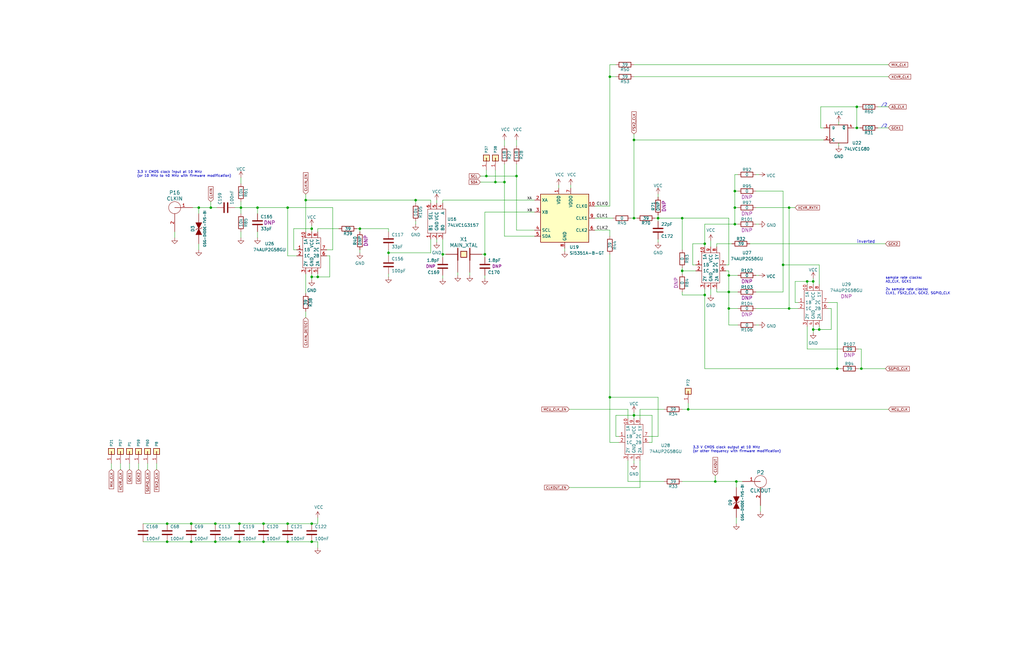
<source format=kicad_sch>
(kicad_sch (version 20211123) (generator eeschema)
  (paper "USLedger")
  (title_block (title "HackRF One") (date "2022-10-30") (rev "r9") (company "Copyright 2012-2022 Great Scott Gadgets") (comment 1 "Licensed under the CERN-OHL-P v2"))
  (junction (at 257.175 167.64))
  (junction (at 332.74 87.63))
  (junction (at 340.36 118.745))
  (junction (at 342.9 139.065))
  (junction (at 361.315 53.975))
  (junction (at 212.725 76.835))
  (junction (at 345.44 139.065))
  (junction (at 307.34 123.19))
  (junction (at 361.315 45.085))
  (junction (at 70.485 220.98))
  (junction (at 332.74 130.175))
  (junction (at 121.285 87.63))
  (junction (at 100.965 228.6))
  (junction (at 70.485 228.6))
  (junction (at 208.915 76.835))
  (junction (at 217.805 74.295))
  (junction (at 121.285 220.98))
  (junction (at 163.83 106.68))
  (junction (at 297.18 102.87))
  (junction (at 80.645 220.98))
  (junction (at 342.9 118.745))
  (junction (at 83.82 87.63))
  (junction (at 131.445 220.98))
  (junction (at 301.625 203.2))
  (junction (at 204.47 107.315))
  (junction (at 88.9 87.63))
  (junction (at 309.88 87.63))
  (junction (at 287.655 114.3))
  (junction (at 307.34 116.205))
  (junction (at 111.125 228.6))
  (junction (at 297.18 124.46))
  (junction (at 363.22 155.575))
  (junction (at 80.645 228.6))
  (junction (at 309.88 94.615))
  (junction (at 267.335 175.26))
  (junction (at 309.88 80.645))
  (junction (at 90.805 228.6))
  (junction (at 131.445 228.6))
  (junction (at 131.445 116.84))
  (junction (at 111.125 220.98))
  (junction (at 128.905 84.455))
  (junction (at 267.335 92.075))
  (junction (at 175.26 84.455))
  (junction (at 353.06 155.575))
  (junction (at 101.6 87.63))
  (junction (at 310.515 203.2))
  (junction (at 205.105 74.295))
  (junction (at 330.2 111.76))
  (junction (at 151.765 96.52))
  (junction (at 287.655 92.075))
  (junction (at 186.69 107.315))
  (junction (at 267.335 59.055))
  (junction (at 277.495 92.075))
  (junction (at 90.805 220.98))
  (junction (at 131.445 96.52))
  (junction (at 307.34 130.175))
  (junction (at 108.585 87.63))
  (junction (at 133.985 116.84))
  (junction (at 257.175 32.385))
  (junction (at 100.965 220.98))
  (junction (at 290.195 172.72))
  (junction (at 121.285 228.6))
  (wire (pts (xy 353.695 60.325) (xy 353.695 61.595)))
  (wire (pts (xy 163.83 116.84) (xy 163.83 115.57)))
  (wire (pts (xy 340.36 137.795) (xy 340.36 147.32)))
  (wire (pts (xy 274.955 175.26) (xy 267.335 175.26)))
  (wire (pts (xy 186.69 100.965) (xy 186.69 107.315)))
  (wire (pts (xy 342.9 137.795) (xy 342.9 139.065)))
  (wire (pts (xy 212.725 99.695) (xy 225.425 99.695)))
  (wire (pts (xy 335.28 118.745) (xy 335.28 127.635)))
  (wire (pts (xy 332.74 87.63) (xy 335.28 87.63)))
  (wire (pts (xy 274.955 186.69) (xy 274.955 175.26)))
  (wire (pts (xy 217.805 59.055) (xy 217.805 61.595)))
  (wire (pts (xy 202.565 74.295) (xy 205.105 74.295)))
  (wire (pts (xy 70.485 220.98) (xy 60.325 220.98)))
  (wire (pts (xy 302.26 102.87) (xy 308.61 102.87)))
  (wire (pts (xy 257.175 97.155) (xy 257.175 99.695)))
  (wire (pts (xy 259.715 184.15) (xy 260.985 184.15)))
  (wire (pts (xy 353.06 127.635) (xy 353.06 155.575)))
  (wire (pts (xy 83.82 90.17) (xy 83.82 87.63)))
  (wire (pts (xy 309.88 94.615) (xy 297.18 94.615)))
  (wire (pts (xy 307.34 111.76) (xy 307.34 92.075)))
  (wire (pts (xy 264.795 194.31) (xy 264.795 203.2)))
  (wire (pts (xy 46.99 195.58) (xy 46.99 198.12)))
  (wire (pts (xy 269.875 176.53) (xy 269.875 172.72)))
  (wire (pts (xy 90.805 228.6) (xy 100.965 228.6)))
  (wire (pts (xy 111.125 228.6) (xy 121.285 228.6)))
  (wire (pts (xy 299.72 121.92) (xy 299.72 124.46)))
  (wire (pts (xy 100.965 220.98) (xy 90.805 220.98)))
  (wire (pts (xy 186.69 107.315) (xy 187.96 107.315)))
  (wire (pts (xy 293.37 114.3) (xy 287.655 114.3)))
  (wire (pts (xy 101.6 87.63) (xy 101.6 90.17)))
  (wire (pts (xy 287.655 124.46) (xy 297.18 124.46)))
  (wire (pts (xy 225.425 89.535) (xy 204.47 89.535)))
  (wire (pts (xy 336.55 130.175) (xy 332.74 130.175)))
  (wire (pts (xy 250.825 97.155) (xy 257.175 97.155)))
  (wire (pts (xy 290.195 170.18) (xy 290.195 172.72)))
  (wire (pts (xy 131.445 96.52) (xy 131.445 95.25)))
  (wire (pts (xy 309.88 87.63) (xy 309.88 94.615)))
  (wire (pts (xy 335.28 127.635) (xy 336.55 127.635)))
  (wire (pts (xy 307.34 116.205) (xy 307.34 114.3)))
  (wire (pts (xy 250.825 86.995) (xy 257.175 86.995)))
  (wire (pts (xy 311.15 94.615) (xy 309.88 94.615)))
  (wire (pts (xy 297.18 94.615) (xy 297.18 102.87)))
  (wire (pts (xy 307.34 137.16) (xy 307.34 130.175)))
  (wire (pts (xy 287.655 115.57) (xy 287.655 114.3)))
  (wire (pts (xy 121.285 220.98) (xy 131.445 220.98)))
  (wire (pts (xy 267.335 92.075) (xy 268.605 92.075)))
  (wire (pts (xy 301.625 200.66) (xy 301.625 203.2)))
  (wire (pts (xy 131.445 116.84) (xy 133.985 116.84)))
  (wire (pts (xy 73.66 97.79) (xy 73.66 100.33)))
  (wire (pts (xy 203.2 107.315) (xy 204.47 107.315)))
  (wire (pts (xy 307.34 123.19) (xy 307.34 130.175)))
  (wire (pts (xy 131.445 118.11) (xy 131.445 116.84)))
  (wire (pts (xy 311.15 73.66) (xy 309.88 73.66)))
  (wire (pts (xy 370.205 45.085) (xy 374.65 45.085)))
  (wire (pts (xy 137.795 105.41) (xy 140.335 105.41)))
  (wire (pts (xy 238.125 104.775) (xy 238.125 106.045)))
  (wire (pts (xy 277.495 100.965) (xy 277.495 102.235)))
  (wire (pts (xy 346.075 53.975) (xy 347.345 53.975)))
  (wire (pts (xy 287.655 92.075) (xy 277.495 92.075)))
  (wire (pts (xy 151.765 96.52) (xy 151.765 97.79)))
  (wire (pts (xy 202.565 76.835) (xy 208.915 76.835)))
  (wire (pts (xy 318.77 130.175) (xy 332.74 130.175)))
  (wire (pts (xy 277.495 92.075) (xy 277.495 93.345)))
  (wire (pts (xy 318.77 73.66) (xy 320.04 73.66)))
  (wire (pts (xy 121.285 228.6) (xy 131.445 228.6)))
  (wire (pts (xy 277.495 167.64) (xy 277.495 184.15)))
  (wire (pts (xy 139.065 116.84) (xy 139.065 107.95)))
  (wire (pts (xy 307.34 92.075) (xy 287.655 92.075)))
  (wire (pts (xy 302.26 104.14) (xy 302.26 102.87)))
  (wire (pts (xy 240.03 205.74) (xy 269.875 205.74)))
  (wire (pts (xy 217.805 69.215) (xy 217.805 74.295)))
  (wire (pts (xy 302.26 123.19) (xy 307.34 123.19)))
  (wire (pts (xy 257.175 32.385) (xy 257.175 86.995)))
  (wire (pts (xy 99.06 87.63) (xy 101.6 87.63)))
  (wire (pts (xy 151.765 105.41) (xy 151.765 106.68)))
  (wire (pts (xy 307.34 114.3) (xy 306.07 114.3)))
  (wire (pts (xy 88.9 87.63) (xy 88.9 85.09)))
  (wire (pts (xy 125.095 107.95) (xy 121.285 107.95)))
  (wire (pts (xy 163.83 105.41) (xy 163.83 106.68)))
  (wire (pts (xy 267.335 92.075) (xy 267.335 59.055)))
  (wire (pts (xy 345.44 111.76) (xy 330.2 111.76)))
  (wire (pts (xy 140.335 87.63) (xy 121.285 87.63)))
  (wire (pts (xy 128.905 84.455) (xy 128.905 97.79)))
  (wire (pts (xy 269.875 194.31) (xy 269.875 205.74)))
  (wire (pts (xy 123.825 105.41) (xy 125.095 105.41)))
  (wire (pts (xy 330.2 123.19) (xy 318.77 123.19)))
  (wire (pts (xy 133.985 228.6) (xy 133.985 231.14)))
  (wire (pts (xy 91.44 87.63) (xy 88.9 87.63)))
  (wire (pts (xy 163.83 106.68) (xy 181.61 106.68)))
  (wire (pts (xy 287.655 203.2) (xy 301.625 203.2)))
  (wire (pts (xy 217.805 97.155) (xy 225.425 97.155)))
  (wire (pts (xy 361.315 53.975) (xy 362.585 53.975)))
  (wire (pts (xy 133.985 97.79) (xy 133.985 96.52)))
  (wire (pts (xy 287.655 105.41) (xy 287.655 92.075)))
  (wire (pts (xy 131.445 220.98) (xy 133.985 220.98)))
  (wire (pts (xy 267.335 175.26) (xy 267.335 173.99)))
  (wire (pts (xy 309.88 73.66) (xy 309.88 80.645)))
  (wire (pts (xy 133.985 116.84) (xy 139.065 116.84)))
  (wire (pts (xy 133.985 96.52) (xy 142.875 96.52)))
  (wire (pts (xy 349.25 127.635) (xy 353.06 127.635)))
  (wire (pts (xy 307.34 116.205) (xy 311.15 116.205)))
  (wire (pts (xy 267.335 176.53) (xy 267.335 175.26)))
  (wire (pts (xy 309.88 80.645) (xy 311.15 80.645)))
  (wire (pts (xy 276.225 92.075) (xy 277.495 92.075)))
  (wire (pts (xy 123.825 96.52) (xy 123.825 105.41)))
  (wire (pts (xy 342.9 120.015) (xy 342.9 118.745)))
  (wire (pts (xy 184.15 85.725) (xy 184.15 84.455)))
  (wire (pts (xy 297.18 102.87) (xy 297.18 104.14)))
  (wire (pts (xy 370.205 53.975) (xy 374.65 53.975)))
  (wire (pts (xy 90.805 220.98) (xy 80.645 220.98)))
  (wire (pts (xy 58.42 195.58) (xy 58.42 198.12)))
  (wire (pts (xy 302.26 121.92) (xy 302.26 123.19)))
  (wire (pts (xy 257.175 186.69) (xy 257.175 167.64)))
  (wire (pts (xy 184.15 100.965) (xy 184.15 102.235)))
  (wire (pts (xy 277.495 184.15) (xy 273.685 184.15)))
  (wire (pts (xy 292.1 111.76) (xy 293.37 111.76)))
  (wire (pts (xy 287.655 172.72) (xy 290.195 172.72)))
  (wire (pts (xy 267.335 32.385) (xy 374.65 32.385)))
  (wire (pts (xy 311.15 137.16) (xy 307.34 137.16)))
  (wire (pts (xy 292.1 102.87) (xy 292.1 111.76)))
  (wire (pts (xy 260.985 186.69) (xy 257.175 186.69)))
  (wire (pts (xy 80.645 228.6) (xy 90.805 228.6)))
  (wire (pts (xy 193.04 116.205) (xy 193.04 114.935)))
  (wire (pts (xy 267.335 56.515) (xy 267.335 59.055)))
  (wire (pts (xy 273.685 186.69) (xy 274.955 186.69)))
  (wire (pts (xy 151.765 96.52) (xy 163.83 96.52)))
  (wire (pts (xy 66.04 195.58) (xy 66.04 198.12)))
  (wire (pts (xy 257.175 27.305) (xy 259.715 27.305)))
  (wire (pts (xy 307.34 123.19) (xy 311.15 123.19)))
  (wire (pts (xy 267.335 175.26) (xy 259.715 175.26)))
  (wire (pts (xy 345.44 120.015) (xy 345.44 111.76)))
  (wire (pts (xy 101.6 97.79) (xy 101.6 100.33)))
  (wire (pts (xy 340.36 118.745) (xy 340.36 120.015)))
  (wire (pts (xy 80.645 220.98) (xy 70.485 220.98)))
  (wire (pts (xy 100.965 220.98) (xy 111.125 220.98)))
  (wire (pts (xy 311.15 130.175) (xy 307.34 130.175)))
  (wire (pts (xy 204.47 89.535) (xy 204.47 107.315)))
  (wire (pts (xy 363.22 155.575) (xy 373.38 155.575)))
  (wire (pts (xy 101.6 87.63) (xy 108.585 87.63)))
  (wire (pts (xy 181.61 106.68) (xy 181.61 100.965)))
  (wire (pts (xy 133.985 115.57) (xy 133.985 116.84)))
  (wire (pts (xy 361.95 155.575) (xy 363.22 155.575)))
  (wire (pts (xy 277.495 83.185) (xy 277.495 81.915)))
  (wire (pts (xy 267.335 27.305) (xy 374.65 27.305)))
  (wire (pts (xy 330.2 80.645) (xy 318.77 80.645)))
  (wire (pts (xy 330.2 111.76) (xy 330.2 123.19)))
  (wire (pts (xy 111.125 220.98) (xy 121.285 220.98)))
  (wire (pts (xy 208.915 71.755) (xy 208.915 76.835)))
  (wire (pts (xy 250.825 92.075) (xy 258.445 92.075)))
  (wire (pts (xy 257.175 27.305) (xy 257.175 32.385)))
  (wire (pts (xy 205.105 74.295) (xy 217.805 74.295)))
  (wire (pts (xy 101.6 85.09) (xy 101.6 87.63)))
  (wire (pts (xy 131.445 228.6) (xy 133.985 228.6)))
  (wire (pts (xy 310.515 205.74) (xy 310.515 203.2)))
  (wire (pts (xy 128.905 115.57) (xy 128.905 123.825)))
  (wire (pts (xy 361.315 53.975) (xy 360.045 53.975)))
  (wire (pts (xy 257.175 107.315) (xy 257.175 167.64)))
  (wire (pts (xy 235.585 79.375) (xy 235.585 78.105)))
  (wire (pts (xy 342.9 118.745) (xy 340.36 118.745)))
  (wire (pts (xy 345.44 139.065) (xy 350.52 139.065)))
  (wire (pts (xy 361.315 45.085) (xy 362.585 45.085)))
  (wire (pts (xy 310.515 220.98) (xy 310.515 218.44)))
  (wire (pts (xy 175.26 94.615) (xy 175.26 93.345)))
  (wire (pts (xy 212.725 76.835) (xy 212.725 99.695)))
  (wire (pts (xy 361.95 147.32) (xy 363.22 147.32)))
  (wire (pts (xy 318.77 116.205) (xy 320.04 116.205)))
  (wire (pts (xy 297.18 155.575) (xy 297.18 124.46)))
  (wire (pts (xy 259.715 175.26) (xy 259.715 184.15)))
  (wire (pts (xy 353.695 51.435) (xy 353.695 52.705)))
  (wire (pts (xy 345.44 137.795) (xy 345.44 139.065)))
  (wire (pts (xy 320.675 213.36) (xy 320.675 215.9)))
  (wire (pts (xy 175.26 84.455) (xy 181.61 84.455)))
  (wire (pts (xy 318.77 87.63) (xy 332.74 87.63)))
  (wire (pts (xy 139.065 107.95) (xy 137.795 107.95)))
  (wire (pts (xy 128.905 133.985) (xy 128.905 131.445)))
  (wire (pts (xy 342.9 118.745) (xy 342.9 117.475)))
  (wire (pts (xy 306.07 111.76) (xy 307.34 111.76)))
  (wire (pts (xy 257.175 167.64) (xy 277.495 167.64)))
  (wire (pts (xy 70.485 228.6) (xy 80.645 228.6)))
  (wire (pts (xy 277.495 90.805) (xy 277.495 92.075)))
  (wire (pts (xy 186.69 116.205) (xy 186.69 117.475)))
  (wire (pts (xy 301.625 203.2) (xy 310.515 203.2)))
  (wire (pts (xy 212.725 59.055) (xy 212.725 61.595)))
  (wire (pts (xy 340.36 118.745) (xy 335.28 118.745)))
  (wire (pts (xy 361.315 45.085) (xy 361.315 53.975)))
  (wire (pts (xy 267.335 194.31) (xy 267.335 195.58)))
  (wire (pts (xy 150.495 96.52) (xy 151.765 96.52)))
  (wire (pts (xy 100.965 228.6) (xy 111.125 228.6)))
  (wire (pts (xy 123.825 96.52) (xy 131.445 96.52)))
  (wire (pts (xy 350.52 139.065) (xy 350.52 130.175)))
  (wire (pts (xy 342.9 140.335) (xy 342.9 139.065)))
  (wire (pts (xy 318.77 94.615) (xy 320.04 94.615)))
  (wire (pts (xy 309.88 80.645) (xy 309.88 87.63)))
  (wire (pts (xy 186.69 84.455) (xy 186.69 85.725)))
  (wire (pts (xy 267.335 59.055) (xy 347.345 59.055)))
  (wire (pts (xy 264.795 203.2) (xy 280.035 203.2)))
  (wire (pts (xy 353.06 155.575) (xy 297.18 155.575)))
  (wire (pts (xy 205.105 71.755) (xy 205.105 74.295)))
  (wire (pts (xy 350.52 130.175) (xy 349.25 130.175)))
  (wire (pts (xy 297.18 121.92) (xy 297.18 124.46)))
  (wire (pts (xy 140.335 105.41) (xy 140.335 87.63)))
  (wire (pts (xy 186.69 84.455) (xy 225.425 84.455)))
  (wire (pts (xy 175.26 85.725) (xy 175.26 84.455)))
  (wire (pts (xy 83.82 105.41) (xy 83.82 102.87)))
  (wire (pts (xy 101.6 74.93) (xy 101.6 77.47)))
  (wire (pts (xy 60.325 228.6) (xy 70.485 228.6)))
  (wire (pts (xy 316.23 102.87) (xy 373.38 102.87)))
  (wire (pts (xy 54.61 195.58) (xy 54.61 198.12)))
  (wire (pts (xy 320.04 137.16) (xy 318.77 137.16)))
  (wire (pts (xy 240.665 79.375) (xy 240.665 78.105)))
  (wire (pts (xy 240.03 172.72) (xy 264.795 172.72)))
  (wire (pts (xy 208.915 76.835) (xy 212.725 76.835)))
  (wire (pts (xy 332.74 87.63) (xy 332.74 130.175)))
  (wire (pts (xy 128.905 84.455) (xy 175.26 84.455)))
  (wire (pts (xy 287.655 123.19) (xy 287.655 124.46)))
  (wire (pts (xy 264.795 176.53) (xy 264.795 172.72)))
  (wire (pts (xy 266.065 92.075) (xy 267.335 92.075)))
  (wire (pts (xy 217.805 74.295) (xy 217.805 97.155)))
  (wire (pts (xy 108.585 87.63) (xy 121.285 87.63)))
  (wire (pts (xy 290.195 172.72) (xy 374.65 172.72)))
  (wire (pts (xy 108.585 90.17) (xy 108.585 87.63)))
  (wire (pts (xy 204.47 107.315) (xy 204.47 108.585)))
  (wire (pts (xy 340.36 147.32) (xy 354.33 147.32)))
  (wire (pts (xy 363.22 147.32) (xy 363.22 155.575)))
  (wire (pts (xy 342.9 139.065) (xy 345.44 139.065)))
  (wire (pts (xy 346.075 53.975) (xy 346.075 45.085)))
  (wire (pts (xy 83.82 87.63) (xy 88.9 87.63)))
  (wire (pts (xy 299.72 101.6) (xy 299.72 104.14)))
  (wire (pts (xy 212.725 69.215) (xy 212.725 76.835)))
  (wire (pts (xy 269.875 172.72) (xy 280.035 172.72)))
  (wire (pts (xy 354.33 155.575) (xy 353.06 155.575)))
  (wire (pts (xy 128.905 81.915) (xy 128.905 84.455)))
  (wire (pts (xy 204.47 117.475) (xy 204.47 116.205)))
  (wire (pts (xy 131.445 115.57) (xy 131.445 116.84)))
  (wire (pts (xy 163.83 106.68) (xy 163.83 107.95)))
  (wire (pts (xy 108.585 97.79) (xy 108.585 100.33)))
  (wire (pts (xy 297.18 102.87) (xy 292.1 102.87)))
  (wire (pts (xy 131.445 97.79) (xy 131.445 96.52)))
  (wire (pts (xy 186.69 108.585) (xy 186.69 107.315)))
  (wire (pts (xy 309.88 87.63) (xy 311.15 87.63)))
  (wire (pts (xy 121.285 87.63) (xy 121.285 107.95)))
  (wire (pts (xy 62.23 198.12) (xy 62.23 195.58)))
  (wire (pts (xy 198.12 114.935) (xy 198.12 116.205)))
  (wire (pts (xy 346.075 45.085) (xy 361.315 45.085)))
  (wire (pts (xy 163.83 96.52) (xy 163.83 97.79)))
  (wire (pts (xy 330.2 111.76) (xy 330.2 80.645)))
  (wire (pts (xy 133.985 220.98) (xy 133.985 218.44)))
  (wire (pts (xy 307.34 123.19) (xy 307.34 116.205)))
  (wire (pts (xy 310.515 203.2) (xy 313.055 203.2)))
  (wire (pts (xy 50.8 195.58) (xy 50.8 198.12)))
  (wire (pts (xy 257.175 32.385) (xy 259.715 32.385)))
  (wire (pts (xy 81.28 87.63) (xy 83.82 87.63)))
  (wire (pts (xy 181.61 84.455) (xy 181.61 85.725)))
  (wire (pts (xy 287.655 113.03) (xy 287.655 114.3)))
  (text "/2" (at 371.475 53.975 0) (effects (font (size 1.27 1.27)) (justify left bottom)))
  (text "inverted" (at 361.315 102.87 0) (effects (font (size 1.27 1.27)) (justify left bottom)))
  (text "3.3 V CMOS clock input at 10 MHz\n(or 10 MHz to 40 MHz with firmware modification)" (at 57.785 74.93 0) (effects (font (size 1.016 1.016)) (justify left bottom)))
  (text "sample rate clocks:\nAD_CLK, GCK1\n\n2x sample rate clocks:\nCLK1, FSX2_CLK, GCK2, SGPIO_CLK" (at 373.38 124.46 0) (effects (font (size 1.016 1.016)) (justify left bottom)))
  (text "/2" (at 371.475 45.085 0) (effects (font (size 1.27 1.27)) (justify left bottom)))
  (text "3.3 V CMOS clock output at 10 MHz\n(or other frequency with firmware modification)" (at 292.1 191.135 0) (effects (font (size 1.016 1.016)) (justify left bottom)))
  (label "CLK0" (at 251.46 86.995 0))
  (label "CLK1" (at 251.46 92.075 0))
  (label "CLK2" (at 251.46 97.155 0))
  (label "XA" (at 222.25 84.455 0) (effects (font (size 1.016 1.016))))
  (label "XB" (at 222.25 89.535 0) (effects (font (size 1.016 1.016))))
  (global_label "GCK1" (shape input) (at 54.61 198.12 270) (effects (font (size 1.016 1.016))) (property "Intersheet References" "${INTERSHEET_REFS}" (effects hide)))
  (global_label "XCVR_CLK" (shape input) (at 374.65 32.385 0) (effects (font (size 1.016 1.016))) (property "Intersheet References" "${INTERSHEET_REFS}" (effects hide)))
  (global_label "FSX2_CLK" (shape input) (at 66.04 198.12 270) (effects (font (size 1.016 1.016))) (property "Intersheet References" "${INTERSHEET_REFS}" (effects hide)))
  (global_label "SCL" (shape input) (at 202.565 74.295 180) (effects (font (size 1.016 1.016))) (property "Intersheet References" "${INTERSHEET_REFS}" (effects hide)))
  (global_label "CLKIN_EN" (shape input) (at 128.905 81.915 90) (effects (font (size 1.016 1.016))) (property "Intersheet References" "${INTERSHEET_REFS}" (effects hide)))
  (global_label "MIX_CLK" (shape input) (at 374.65 27.305 0) (effects (font (size 1.016 1.016))) (property "Intersheet References" "${INTERSHEET_REFS}" (effects hide)))
  (global_label "GCK2" (shape input) (at 58.42 198.12 270) (effects (font (size 1.016 1.016))) (property "Intersheet References" "${INTERSHEET_REFS}" (effects hide)))
  (global_label "SDA" (shape input) (at 202.565 76.835 180) (effects (font (size 1.016 1.016))) (property "Intersheet References" "${INTERSHEET_REFS}" (effects hide)))
  (global_label "AD_CLK" (shape input) (at 374.65 45.085 0) (effects (font (size 1.016 1.016))) (property "Intersheet References" "${INTERSHEET_REFS}" (effects hide)))
  (global_label "CLKIN_DETECT" (shape input) (at 128.905 133.985 270) (effects (font (size 1.016 1.016))) (property "Intersheet References" "${INTERSHEET_REFS}" (effects hide)))
  (global_label "CLKOUT_EN" (shape input) (at 240.03 205.74 180) (effects (font (size 1.016 1.016))) (property "Intersheet References" "${INTERSHEET_REFS}" (effects hide)))
  (global_label "MIX_CLK" (shape input) (at 46.99 198.12 270) (effects (font (size 1.016 1.016))) (property "Intersheet References" "${INTERSHEET_REFS}" (effects hide)))
  (global_label "MCU_CLK_EN" (shape input) (at 240.03 172.72 180) (effects (font (size 1.016 1.016))) (property "Intersheet References" "${INTERSHEET_REFS}" (effects hide)))
  (global_label "SGPIO_CLK" (shape input) (at 373.38 155.575 0) (effects (font (size 1.016 1.016))) (property "Intersheet References" "${INTERSHEET_REFS}" (effects hide)))
  (global_label "CLKOUT" (shape input) (at 301.625 200.66 90) (effects (font (size 1.016 1.016))) (property "Intersheet References" "${INTERSHEET_REFS}" (effects hide)))
  (global_label "CLKIN" (shape input) (at 88.9 85.09 90) (effects (font (size 1.016 1.016))) (property "Intersheet References" "${INTERSHEET_REFS}" (effects hide)))
  (global_label "XCVR_RXTX" (shape input) (at 335.28 87.63 0) (effects (font (size 1.016 1.016))) (property "Intersheet References" "${INTERSHEET_REFS}" (effects hide)))
  (global_label "MCU_CLK" (shape input) (at 374.65 172.72 0) (effects (font (size 1.016 1.016))) (property "Intersheet References" "${INTERSHEET_REFS}" (effects hide)))
  (global_label "FSX2_CLK" (shape input) (at 267.335 56.515 90) (effects (font (size 1.016 1.016))) (property "Intersheet References" "${INTERSHEET_REFS}" (effects hide)))
  (global_label "SGPIO_CLK" (shape input) (at 62.23 198.12 270) (effects (font (size 1.016 1.016))) (property "Intersheet References" "${INTERSHEET_REFS}" (effects hide)))
  (global_label "GCK1" (shape input) (at 374.65 53.975 0) (effects (font (size 1.016 1.016))) (property "Intersheet References" "${INTERSHEET_REFS}" (effects hide)))
  (global_label "XCVR_CLK" (shape input) (at 50.8 198.12 270) (effects (font (size 1.016 1.016))) (property "Intersheet References" "${INTERSHEET_REFS}" (effects hide)))
  (global_label "GCK2" (shape input) (at 373.38 102.87 0) (effects (font (size 1.016 1.016))) (property "Intersheet References" "${INTERSHEET_REFS}" (effects hide)))
  (symbol (lib_id "Device:R") (at 212.725 65.405 0) (unit 1)
    (property "Reference" "R27" (at 214.757 65.405 90))
    (property "Value" "1k8" (at 212.725 65.405 90))
    (property "Footprint" "hackrf:GSG-0402" (effects hide))
    (property "Manufacturer" "Stackpole" (effects hide))
    (property "Part Number" "RMCF0402JT1K80" (effects hide))
    (property "Description" "RES TF 1.8K OHM 5% 1/16W 0402" (effects hide))
  )
  (symbol (lib_id "hackrf:GSG-XTAL4PIN") (at 195.58 107.315 0) (unit 1)
    (property "Reference" "X1" (at 195.58 100.965 0) (effects (font (size 1.524 1.524))))
    (property "Value" "MAIN_XTAL" (at 195.58 103.505 0) (effects (font (size 1.524 1.524))))
    (property "Footprint" "hackrf:GSG-XTAL3.2x2.5mm" (effects hide))
    (property "Manufacturer" "Raltron" (effects hide))
    (property "Part Number" "RH100-25.000-12-F-1010-TR" (effects hide))
    (property "Description" "CRYSTAL 25.0000MHZ 12PF SMD" (effects hide))
  )
  (symbol (lib_id "power:GND") (at 198.12 116.205 0) (unit 1)
    (property "Reference" "#PWR0128" (effects hide))
    (property "Value" "GND" (effects hide))
  )
  (symbol (lib_id "power:GND") (at 193.04 116.205 0) (unit 1)
    (property "Reference" "#PWR0127" (effects hide))
    (property "Value" "GND" (effects hide))
  )
  (symbol (lib_id "hackrf:GSG-RF-CONN") (at 73.66 87.63 0) (unit 1)
    (property "Reference" "P16" (at 73.66 81.28 0) (effects (font (size 1.524 1.524))))
    (property "Value" "CLKIN" (at 73.66 83.82 0) (effects (font (size 1.524 1.524))))
    (property "Footprint" "hackrf:GSG-SMA-73251-2120" (effects hide))
    (property "Manufacturer" "Molex" (effects hide))
    (property "Part Number" "73251-2121" (effects hide))
    (property "Description" "CONN SMA JACK 50 OHM EDGE MNT W/JAM NUT & LOCK WASHER" (effects hide))
  )
  (symbol (lib_id "power:GND") (at 73.66 100.33 0) (unit 1)
    (property "Reference" "#PWR0126" (effects hide))
    (property "Value" "GND" (effects hide))
  )
  (symbol (lib_id "power:GND") (at 133.985 231.14 0) (unit 1)
    (property "Reference" "#PWR0121" (effects hide))
    (property "Value" "GND" (effects hide))
  )
  (symbol (lib_id "Device:C") (at 90.805 224.79 0) (unit 1)
    (property "Reference" "C113" (at 92.075 222.25 0) (effects (justify left)))
    (property "Value" "100nF" (at 92.075 227.33 0) (effects (justify left)))
    (property "Footprint" "hackrf:GSG-0402" (effects hide))
    (property "Manufacturer" "Samsung" (effects hide))
    (property "Part Number" "CL05A104KA5NNNC" (effects hide))
    (property "Description" "CAP CER 0.1UF 25V X5R 0402" (effects hide))
  )
  (symbol (lib_id "Device:C") (at 100.965 224.79 0) (unit 1)
    (property "Reference" "C119" (at 102.235 222.25 0) (effects (justify left)))
    (property "Value" "100nF" (at 102.235 227.33 0) (effects (justify left)))
    (property "Footprint" "hackrf:GSG-0402" (effects hide))
    (property "Manufacturer" "Samsung" (effects hide))
    (property "Part Number" "CL05A104KA5NNNC" (effects hide))
    (property "Description" "CAP CER 0.1UF 25V X5R 0402" (effects hide))
  )
  (symbol (lib_id "Device:C") (at 111.125 224.79 0) (unit 1)
    (property "Reference" "C120" (at 112.395 222.25 0) (effects (justify left)))
    (property "Value" "100nF" (at 112.395 227.33 0) (effects (justify left)))
    (property "Footprint" "hackrf:GSG-0402" (effects hide))
    (property "Manufacturer" "Samsung" (effects hide))
    (property "Part Number" "CL05A104KA5NNNC" (effects hide))
    (property "Description" "CAP CER 0.1UF 25V X5R 0402" (effects hide))
  )
  (symbol (lib_id "Device:C") (at 121.285 224.79 0) (unit 1)
    (property "Reference" "C121" (at 122.555 222.25 0) (effects (justify left)))
    (property "Value" "100nF" (at 122.555 227.33 0) (effects (justify left)))
    (property "Footprint" "hackrf:GSG-0402" (effects hide))
    (property "Manufacturer" "Samsung" (effects hide))
    (property "Part Number" "CL05A104KA5NNNC" (effects hide))
    (property "Description" "CAP CER 0.1UF 25V X5R 0402" (effects hide))
  )
  (symbol (lib_id "Device:C") (at 131.445 224.79 0) (unit 1)
    (property "Reference" "C122" (at 132.715 222.25 0) (effects (justify left)))
    (property "Value" "100nF" (at 132.715 227.33 0) (effects (justify left)))
    (property "Footprint" "hackrf:GSG-0402" (effects hide))
    (property "Manufacturer" "Samsung" (effects hide))
    (property "Part Number" "CL05A104KA5NNNC" (effects hide))
    (property "Description" "CAP CER 0.1UF 25V X5R 0402" (effects hide))
  )
  (symbol (lib_id "Device:R") (at 175.26 89.535 0) (unit 1)
    (property "Reference" "R105" (at 177.292 89.535 90))
    (property "Value" "10k" (at 175.26 89.535 90))
    (property "Footprint" "hackrf:GSG-0402" (effects hide))
    (property "Manufacturer" "Stackpole" (effects hide))
    (property "Part Number" "RMCF0402JT10K0" (effects hide))
    (property "Description" "RES 10K OHM 1/16W 5% 0402 SMD" (effects hide))
  )
  (symbol (lib_id "power:GND") (at 320.675 215.9 0) (unit 1)
    (property "Reference" "#PWR093" (effects hide))
    (property "Value" "GND" (effects hide))
  )
  (symbol (lib_id "hackrf:GSG-RF-CONN") (at 320.675 203.2 0) (mirror y) (unit 1)
    (property "Reference" "P2" (at 320.675 199.39 0) (effects (font (size 1.524 1.524))))
    (property "Value" "CLKOUT" (at 320.675 207.01 0) (effects (font (size 1.524 1.524))))
    (property "Footprint" "hackrf:GSG-SMA-73251-2120" (effects hide))
    (property "Manufacturer" "Molex" (effects hide))
    (property "Part Number" "73251-2121" (effects hide))
    (property "Description" "CONN SMA JACK 50 OHM EDGE MNT W/JAM NUT & LOCK WASHER" (effects hide))
  )
  (symbol (lib_id "Connector_Generic:Conn_01x01") (at 205.105 66.675 90) (unit 1)
    (property "Reference" "P37" (at 205.105 64.643 0) (effects (font (size 1.016 1.016)) (justify left)))
    (property "Value" "SCL" (effects hide))
    (property "Footprint" "hackrf:GSG-TESTPOINT-50MIL" (effects hide))
    (property "DNP" "DNP" (effects hide))
  )
  (symbol (lib_id "Connector_Generic:Conn_01x01") (at 208.915 66.675 90) (unit 1)
    (property "Reference" "P38" (at 208.915 64.643 0) (effects (font (size 1.016 1.016)) (justify left)))
    (property "Value" "SDA" (effects hide))
    (property "Footprint" "hackrf:GSG-TESTPOINT-50MIL" (effects hide))
    (property "DNP" "DNP" (effects hide))
  )
  (symbol (lib_id "Device:R") (at 101.6 93.98 0) (unit 1)
    (property "Reference" "R85" (at 103.632 93.98 90))
    (property "Value" "10k" (at 101.6 93.98 90))
    (property "Footprint" "hackrf:GSG-0402" (effects hide))
    (property "Manufacturer" "Stackpole" (effects hide))
    (property "Part Number" "RMCF0402JT10K0" (effects hide))
    (property "Description" "RES 10K OHM 1/16W 5% 0402 SMD" (effects hide))
  )
  (symbol (lib_id "power:GND") (at 101.6 100.33 0) (unit 1)
    (property "Reference" "#PWR092" (effects hide))
    (property "Value" "GND" (effects hide))
  )
  (symbol (lib_id "Device:R") (at 217.805 65.405 0) (unit 1)
    (property "Reference" "R28" (at 219.837 65.405 90))
    (property "Value" "1k8" (at 217.805 65.405 90))
    (property "Footprint" "hackrf:GSG-0402" (effects hide))
    (property "Manufacturer" "Stackpole" (effects hide))
    (property "Part Number" "RMCF0402JT1K80" (effects hide))
    (property "Description" "RES TF 1.8K OHM 5% 1/16W 0402" (effects hide))
  )
  (symbol (lib_id "Device:R") (at 358.14 155.575 270) (mirror x) (unit 1)
    (property "Reference" "R94" (at 358.14 153.543 90))
    (property "Value" "39" (at 358.14 155.575 90))
    (property "Footprint" "hackrf:GSG-0402" (effects hide))
    (property "Manufacturer" "Stackpole" (effects hide))
    (property "Part Number" "RMCF0402JT39R0" (effects hide))
    (property "Description" "RES 39 OHM 1/16W 5% 0402 SMD" (effects hide))
  )
  (symbol (lib_id "Device:R") (at 283.845 203.2 270) (unit 1)
    (property "Reference" "R33" (at 283.845 205.232 90))
    (property "Value" "39" (at 283.845 203.2 90))
    (property "Footprint" "hackrf:GSG-0402" (effects hide))
    (property "Manufacturer" "Stackpole" (effects hide))
    (property "Part Number" "RMCF0402JT39R0" (effects hide))
    (property "Description" "RES 39 OHM 1/16W 5% 0402 SMD" (effects hide))
  )
  (symbol (lib_id "hackrf:GSG-DIODE-TVS-BI") (at 310.515 212.09 90) (unit 1)
    (property "Reference" "D9" (at 307.975 212.09 0))
    (property "Value" "GSG-DIODE-TVS-BI" (at 313.055 212.09 0) (effects (font (size 1.016 1.016))))
    (property "Footprint" "hackrf:GSG-0402" (effects hide))
    (property "Manufacturer" "Murata" (effects hide))
    (property "Part Number" "LXES15AAA1-100" (effects hide))
    (property "Description" "TVS DIODE ESD .05PF 15KV 0402" (effects hide))
  )
  (symbol (lib_id "power:GND") (at 310.515 220.98 0) (unit 1)
    (property "Reference" "#PWR0171" (effects hide))
    (property "Value" "GND" (effects hide))
  )
  (symbol (lib_id "hackrf:GSG-DIODE-TVS-BI") (at 83.82 96.52 90) (unit 1)
    (property "Reference" "D3" (at 81.28 96.52 0))
    (property "Value" "GSG-DIODE-TVS-BI" (at 86.36 96.52 0) (effects (font (size 1.016 1.016))))
    (property "Footprint" "hackrf:GSG-0402" (effects hide))
    (property "Manufacturer" "Murata" (effects hide))
    (property "Part Number" "LXES15AAA1-100" (effects hide))
    (property "Description" "TVS DIODE ESD .05PF 15KV 0402" (effects hide))
  )
  (symbol (lib_id "power:GND") (at 83.82 105.41 0) (unit 1)
    (property "Reference" "#PWR0172" (effects hide))
    (property "Value" "GND" (effects hide))
  )
  (symbol (lib_id "Device:R") (at 312.42 102.87 270) (mirror x) (unit 1)
    (property "Reference" "R32" (at 312.42 100.838 90))
    (property "Value" "39" (at 312.42 102.87 90))
    (property "Footprint" "hackrf:GSG-0402" (effects hide))
    (property "Manufacturer" "Stackpole" (effects hide))
    (property "Part Number" "RMCF0402JT39R0" (effects hide))
    (property "Description" "RES 39 OHM 1/16W 5% 0402 SMD" (effects hide))
  )
  (symbol (lib_id "Device:R") (at 366.395 53.975 270) (unit 1)
    (property "Reference" "R31" (at 366.395 56.007 90))
    (property "Value" "100" (at 366.395 53.975 90))
    (property "Footprint" "hackrf:GSG-0402" (effects hide))
    (property "Manufacturer" "Yageo" (effects hide))
    (property "Part Number" "RC0402JR-07100RL" (effects hide))
    (property "Description" "RES 100 OHM 5% 1/16W 0402" (effects hide))
  )
  (symbol (lib_id "Device:C") (at 186.69 112.395 180) (unit 1)
    (property "Reference" "C169" (at 185.42 114.935 0) (effects (justify left)))
    (property "Value" "1.8pF" (at 185.42 109.855 0) (effects (justify left)))
    (property "Footprint" "hackrf:GSG-0402" (effects hide))
    (property "DNP" "DNP" (at 181.61 112.395 0))
  )
  (symbol (lib_id "Device:C") (at 204.47 112.395 0) (mirror x) (unit 1)
    (property "Reference" "C170" (at 205.74 114.935 0) (effects (justify left)))
    (property "Value" "1.8pF" (at 205.74 109.855 0) (effects (justify left)))
    (property "Footprint" "hackrf:GSG-0402" (effects hide))
    (property "DNP" "DNP" (at 209.55 112.395 0))
  )
  (symbol (lib_id "power:GND") (at 186.69 117.475 0) (mirror y) (unit 1)
    (property "Reference" "#PWR0187" (effects hide))
    (property "Value" "GND" (effects hide))
  )
  (symbol (lib_id "power:GND") (at 204.47 117.475 0) (mirror y) (unit 1)
    (property "Reference" "#PWR0188" (effects hide))
    (property "Value" "GND" (effects hide))
  )
  (symbol (lib_id "power:VCC") (at 235.585 78.105 0) (unit 1)
    (property "Reference" "#PWR0203" (effects hide))
    (property "Value" "VCC" (at 236.0168 73.7108 0))
  )
  (symbol (lib_id "power:VCC") (at 217.805 59.055 0) (unit 1)
    (property "Reference" "#PWR0221" (effects hide))
    (property "Value" "VCC" (at 218.2368 54.6608 0))
  )
  (symbol (lib_id "power:VCC") (at 212.725 59.055 0) (unit 1)
    (property "Reference" "#PWR0227" (effects hide))
    (property "Value" "VCC" (at 213.1568 54.6608 0))
  )
  (symbol (lib_id "power:VCC") (at 133.985 218.44 0) (unit 1)
    (property "Reference" "#PWR0240" (effects hide))
    (property "Value" "VCC" (at 134.4168 214.0458 0))
  )
  (symbol (lib_id "power:GND") (at 108.585 100.33 0) (unit 1)
    (property "Reference" "#PWR0130" (effects hide))
    (property "Value" "GND" (effects hide))
  )
  (symbol (lib_id "Device:R") (at 314.96 80.645 90) (unit 1)
    (property "Reference" "R95" (at 314.96 78.613 90))
    (property "Value" "0" (at 314.96 80.645 90))
    (property "Footprint" "hackrf:GSG-0402" (effects hide))
    (property "Manufacturer" "Stackpole" (effects hide))
    (property "Part Number" "RMCF0402ZT0R00" (effects hide))
    (property "Description" "RES 0.0 OHM 1/16W 0402 SMD" (effects hide))
    (property "DNP" "DNP" (at 314.96 83.185 90) (effects (font (size 1.524 1.524))))
  )
  (symbol (lib_id "Device:R") (at 272.415 92.075 270) (unit 1)
    (property "Reference" "R70" (at 272.415 94.107 90))
    (property "Value" "39" (at 272.415 92.075 90))
    (property "Footprint" "hackrf:GSG-0402" (effects hide))
    (property "Manufacturer" "Stackpole" (effects hide))
    (property "Part Number" "RMCF0402JT39R0" (effects hide))
    (property "Description" "RES 39 OHM 1/16W 5% 0402 SMD" (effects hide))
  )
  (symbol (lib_id "Device:R") (at 314.96 137.16 270) (unit 1)
    (property "Reference" "R106" (at 314.96 139.192 90))
    (property "Value" "0" (at 314.96 137.16 90))
    (property "Footprint" "hackrf:GSG-0402" (effects hide))
    (property "Manufacturer" "Stackpole" (effects hide))
    (property "Part Number" "RMCF0402ZT0R00" (effects hide))
    (property "Description" "RES 0.0 OHM 1/16W 0402 SMD" (effects hide))
  )
  (symbol (lib_id "Device:R") (at 262.255 92.075 270) (unit 1)
    (property "Reference" "R45" (at 262.255 94.107 90))
    (property "Value" "0" (at 262.255 92.075 90))
    (property "Footprint" "hackrf:GSG-0402" (effects hide))
    (property "Manufacturer" "Stackpole" (effects hide))
    (property "Part Number" "RMCF0402ZT0R00" (effects hide))
    (property "Description" "RES 0.0 OHM 1/16W 0402 SMD" (effects hide))
  )
  (symbol (lib_id "Device:R") (at 366.395 45.085 270) (unit 1)
    (property "Reference" "R60" (at 366.395 47.117 90))
    (property "Value" "100" (at 366.395 45.085 90))
    (property "Footprint" "hackrf:GSG-0402" (effects hide))
    (property "Manufacturer" "Yageo" (effects hide))
    (property "Part Number" "RC0402JR-07100RL" (effects hide))
    (property "Description" "RES 100 OHM 5% 1/16W 0402" (effects hide))
  )
  (symbol (lib_id "power:VCC") (at 320.04 73.66 270) (unit 1)
    (property "Reference" "#PWR0167" (effects hide))
    (property "Value" "VCC" (at 323.215 74.0938 90) (effects (justify left)))
  )
  (symbol (lib_id "74AUP2G58GU:74AUP2G58GU") (at 131.445 106.68 0) (unit 1)
    (property "Reference" "U26" (at 113.665 102.87 0))
    (property "Value" "74AUP2G58GU" (at 113.665 105.4069 0))
    (property "Footprint" "gsg-modules:XQFN10" (effects hide))
    (property "Datasheet" "https://assets.nexperia.com/documents/data-sheet/74AUP2G58.pdf" (effects hide))
    (property "Manufacturer" "Nexperia" (effects hide))
    (property "Part Number" "74AUP2G58GUX" (effects hide))
    (property "Description" "IC SCHMITT TRIGGER DUAL XQFN10" (effects hide))
  )
  (symbol (lib_id "power:GND") (at 299.72 124.46 0) (unit 1)
    (property "Reference" "#PWR0100" (effects hide))
    (property "Value" "GND" (at 299.72 128.9034 0))
  )
  (symbol (lib_id "Device:R") (at 287.655 109.22 0) (mirror x) (unit 1)
    (property "Reference" "R83" (at 289.687 109.22 90))
    (property "Value" "0" (at 287.655 109.22 90))
    (property "Footprint" "hackrf:GSG-0402" (effects hide))
    (property "Manufacturer" "Stackpole" (effects hide))
    (property "Part Number" "RMCF0402ZT0R00" (effects hide))
    (property "Description" "RES 0.0 OHM 1/16W 0402 SMD" (effects hide))
  )
  (symbol (lib_id "power:GND") (at 151.765 106.68 0) (unit 1)
    (property "Reference" "#PWR014" (effects hide))
    (property "Value" "GND" (at 151.765 111.1234 0))
  )
  (symbol (lib_id "74xGxx:74AUP1G80") (at 353.695 56.515 0) (unit 1)
    (property "Reference" "U22" (at 361.315 60.325 0))
    (property "Value" "74LVC1G80" (at 361.315 62.865 0))
    (property "Footprint" "Package_TO_SOT_SMD:SOT-353_SC-70-5" (effects hide))
    (property "Datasheet" "https://www.ti.com/lit/gpn/sn74lvc1g80" (effects hide))
    (property "Manufacturer" "Texas Instruments" (effects hide))
    (property "Part Number" "SN74LVC1G80DCKR" (effects hide))
    (property "Description" "IC FF D-TYPE SNGL 1BIT SC70-5" (effects hide))
  )
  (symbol (lib_id "power:VCC") (at 353.695 51.435 0) (unit 1)
    (property "Reference" "#PWR097" (effects hide))
    (property "Value" "VCC" (at 353.695 47.8592 0))
  )
  (symbol (lib_id "power:GND") (at 184.15 102.235 0) (unit 1)
    (property "Reference" "#PWR064" (effects hide))
    (property "Value" "GND" (at 184.15 106.6784 0))
  )
  (symbol (lib_id "Connector_Generic:Conn_01x01") (at 66.04 190.5 90) (unit 1)
    (property "Reference" "P8" (at 66.04 188.468 0) (effects (font (size 1.016 1.016)) (justify left)))
    (property "Value" "FSX2_CLK" (effects hide))
    (property "Footprint" "hackrf:GSG-TESTPOINT-50MIL" (effects hide))
    (property "DNP" "DNP" (effects hide))
  )
  (symbol (lib_id "power:VCC") (at 101.6 74.93 0) (unit 1)
    (property "Reference" "#PWR0129" (effects hide))
    (property "Value" "VCC" (at 101.6 71.3542 0))
  )
  (symbol (lib_id "Device:R") (at 277.495 86.995 180) (unit 1)
    (property "Reference" "R71" (at 275.463 86.995 90))
    (property "Value" "DNP" (at 277.495 86.995 90))
    (property "Footprint" "hackrf:GSG-0402" (effects hide))
    (property "DNP" "DNP" (at 280.035 86.995 90) (effects (font (size 1.524 1.524))))
  )
  (symbol (lib_id "74AUP2G58GU:74AUP2G58GU") (at 342.9 128.905 0) (unit 1)
    (property "Reference" "U29" (at 356.87 120.015 0))
    (property "Value" "74AUP2G58GU" (at 356.87 122.5519 0))
    (property "Footprint" "gsg-modules:XQFN10" (effects hide))
    (property "Datasheet" "https://assets.nexperia.com/documents/data-sheet/74AUP2G58.pdf" (effects hide))
    (property "Manufacturer" "Nexperia" (effects hide))
    (property "Part Number" "74AUP2G58GUX" (effects hide))
    (property "Description" "IC SCHMITT TRIGGER DUAL XQFN10" (effects hide))
    (property "DNP" "DNP" (at 356.87 125.095 0) (effects (font (size 1.524 1.524))))
  )
  (symbol (lib_id "Connector_Generic:Conn_01x01") (at 54.61 190.5 90) (unit 1)
    (property "Reference" "P1" (at 54.61 188.468 0) (effects (font (size 1.016 1.016)) (justify left)))
    (property "Value" "AD_CLK" (effects hide))
    (property "Footprint" "hackrf:GSG-TESTPOINT-50MIL" (effects hide))
    (property "DNP" "DNP" (effects hide))
  )
  (symbol (lib_id "Device:C") (at 95.25 87.63 90) (unit 1)
    (property "Reference" "C159" (at 92.71 86.36 0) (effects (justify left)))
    (property "Value" "100nF" (at 97.79 86.36 0) (effects (justify left)))
    (property "Footprint" "hackrf:GSG-0402" (effects hide))
    (property "Manufacturer" "Samsung" (effects hide))
    (property "Part Number" "CL05A104KA5NNNC" (effects hide))
    (property "Description" "CAP CER 0.1UF 25V X5R 0402" (effects hide))
  )
  (symbol (lib_id "power:GND") (at 238.125 106.045 0) (mirror y) (unit 1)
    (property "Reference" "#PWR068" (effects hide))
    (property "Value" "GND" (effects hide))
  )
  (symbol (lib_id "power:GND") (at 342.9 140.335 0) (unit 1)
    (property "Reference" "#PWR0195" (effects hide))
    (property "Value" "GND" (at 342.9 144.7784 0))
  )
  (symbol (lib_id "power:GND") (at 175.26 94.615 0) (unit 1)
    (property "Reference" "#PWR017" (effects hide))
    (property "Value" "GND" (at 175.26 99.0584 0))
  )
  (symbol (lib_id "power:GND") (at 353.695 61.595 0) (unit 1)
    (property "Reference" "#PWR098" (effects hide))
    (property "Value" "GND" (at 353.695 66.0384 0))
  )
  (symbol (lib_id "Device:R") (at 314.96 130.175 90) (unit 1)
    (property "Reference" "R104" (at 314.96 128.143 90))
    (property "Value" "0" (at 314.96 130.175 90))
    (property "Footprint" "hackrf:GSG-0402" (effects hide))
    (property "Manufacturer" "Stackpole" (effects hide))
    (property "Part Number" "RMCF0402ZT0R00" (effects hide))
    (property "Description" "RES 0.0 OHM 1/16W 0402 SMD" (effects hide))
    (property "DNP" "DNP" (at 314.96 132.715 90) (effects (font (size 1.524 1.524))))
  )
  (symbol (lib_id "Device:R") (at 263.525 27.305 270) (unit 1)
    (property "Reference" "R50" (at 263.525 29.337 90))
    (property "Value" "39" (at 263.525 27.305 90))
    (property "Footprint" "hackrf:GSG-0402" (effects hide))
    (property "Manufacturer" "Stackpole" (effects hide))
    (property "Part Number" "RMCF0402JT39R0" (effects hide))
    (property "Description" "RES 39 OHM 1/16W 5% 0402 SMD" (effects hide))
  )
  (symbol (lib_id "power:VCC") (at 131.445 95.25 0) (unit 1)
    (property "Reference" "#PWR04" (effects hide))
    (property "Value" "VCC" (at 131.445 91.6742 0))
  )
  (symbol (lib_id "Device:R") (at 314.96 94.615 90) (unit 1)
    (property "Reference" "R101" (at 314.96 92.583 90))
    (property "Value" "0" (at 314.96 94.615 90))
    (property "Footprint" "hackrf:GSG-0402" (effects hide))
    (property "Manufacturer" "Stackpole" (effects hide))
    (property "Part Number" "RMCF0402ZT0R00" (effects hide))
    (property "Description" "RES 0.0 OHM 1/16W 0402 SMD" (effects hide))
    (property "DNP" "DNP" (at 314.96 97.155 90) (effects (font (size 1.524 1.524))))
  )
  (symbol (lib_id "power:VCC") (at 320.04 116.205 270) (unit 1)
    (property "Reference" "#PWR0169" (effects hide))
    (property "Value" "VCC" (at 323.215 116.6388 90) (effects (justify left)))
  )
  (symbol (lib_id "power:VCC") (at 299.72 101.6 0) (unit 1)
    (property "Reference" "#PWR099" (effects hide))
    (property "Value" "VCC" (at 299.72 97.155 0))
  )
  (symbol (lib_id "power:GND") (at 131.445 118.11 0) (unit 1)
    (property "Reference" "#PWR013" (effects hide))
    (property "Value" "GND" (at 131.445 122.5534 0))
  )
  (symbol (lib_id "Connector_Generic:Conn_01x01") (at 62.23 190.5 90) (unit 1)
    (property "Reference" "P60" (at 62.23 188.468 0) (effects (font (size 1.016 1.016)) (justify left)))
    (property "Value" "SGPIO_CLK" (effects hide))
    (property "Footprint" "hackrf:GSG-TESTPOINT-50MIL" (effects hide))
    (property "DNP" "DNP" (effects hide))
  )
  (symbol (lib_id "Device:C") (at 277.495 97.155 0) (mirror x) (unit 1)
    (property "Reference" "C172" (at 278.765 99.695 0) (effects (justify left)))
    (property "Value" "22pF" (at 278.765 94.615 0) (effects (justify left)))
    (property "Footprint" "hackrf:GSG-0402" (effects hide))
    (property "Manufacturer" "Samsung" (effects hide))
    (property "Part Number" "CL05C220JB5NNNC" (effects hide))
    (property "Description" "CAP CER 22PF 50V 5% C0G/NP0 0402" (effects hide))
  )
  (symbol (lib_id "Device:R") (at 101.6 81.28 0) (unit 1)
    (property "Reference" "R61" (at 103.632 81.28 90))
    (property "Value" "10k" (at 101.6 81.28 90))
    (property "Footprint" "hackrf:GSG-0402" (effects hide))
    (property "Manufacturer" "Stackpole" (effects hide))
    (property "Part Number" "RMCF0402JT10K0" (effects hide))
    (property "Description" "RES 10K OHM 1/16W 5% 0402 SMD" (effects hide))
  )
  (symbol (lib_id "Device:R") (at 287.655 119.38 0) (unit 1)
    (property "Reference" "R84" (at 289.687 119.38 90))
    (property "Value" "0" (at 287.655 119.38 90))
    (property "Footprint" "hackrf:GSG-0402" (effects hide))
    (property "Manufacturer" "Stackpole" (effects hide))
    (property "Part Number" "RMCF0402ZT0R00" (effects hide))
    (property "Description" "RES 0.0 OHM 1/16W 0402 SMD" (effects hide))
    (property "DNP" "DNP" (at 285.115 119.38 90) (effects (font (size 1.524 1.524))))
  )
  (symbol (lib_id "power:VCC") (at 240.665 78.105 0) (unit 1)
    (property "Reference" "#PWR078" (effects hide))
    (property "Value" "VCC" (at 241.0968 73.7108 0))
  )
  (symbol (lib_id "Device:R") (at 151.765 101.6 180) (unit 1)
    (property "Reference" "R40" (at 149.733 101.6 90))
    (property "Value" "DNP" (at 151.765 101.6 90))
    (property "Footprint" "hackrf:GSG-0402" (effects hide))
    (property "DNP" "DNP" (at 154.305 101.6 90) (effects (font (size 1.524 1.524))))
  )
  (symbol (lib_id "Device:R") (at 257.175 103.505 0) (unit 1)
    (property "Reference" "R44" (at 259.207 103.505 90))
    (property "Value" "39" (at 257.175 103.505 90))
    (property "Footprint" "hackrf:GSG-0402" (effects hide))
    (property "Manufacturer" "Stackpole" (effects hide))
    (property "Part Number" "RMCF0402JT39R0" (effects hide))
    (property "Description" "RES 39 OHM 1/16W 5% 0402 SMD" (effects hide))
  )
  (symbol (lib_id "Connector_Generic:Conn_01x01") (at 46.99 190.5 90) (unit 1)
    (property "Reference" "P21" (at 46.99 188.468 0) (effects (font (size 1.016 1.016)) (justify left)))
    (property "Value" "MIX_CLK" (effects hide))
    (property "Footprint" "hackrf:GSG-TESTPOINT-50MIL" (effects hide))
    (property "DNP" "DNP" (effects hide))
  )
  (symbol (lib_id "power:GND") (at 277.495 102.235 0) (unit 1)
    (property "Reference" "#PWR0163" (effects hide))
    (property "Value" "GND" (at 277.495 106.6784 0))
  )
  (symbol (lib_id "Device:R") (at 283.845 172.72 270) (unit 1)
    (property "Reference" "R34" (at 283.845 174.752 90))
    (property "Value" "39" (at 283.845 172.72 90))
    (property "Footprint" "hackrf:GSG-0402" (effects hide))
    (property "Manufacturer" "Stackpole" (effects hide))
    (property "Part Number" "RMCF0402JT39R0" (effects hide))
    (property "Description" "RES 39 OHM 1/16W 5% 0402 SMD" (effects hide))
  )
  (symbol (lib_id "Device:C") (at 70.485 224.79 0) (unit 1)
    (property "Reference" "C68" (at 71.755 222.25 0) (effects (justify left)))
    (property "Value" "100nF" (at 71.755 227.33 0) (effects (justify left)))
    (property "Footprint" "hackrf:GSG-0402" (effects hide))
    (property "Manufacturer" "Samsung" (effects hide))
    (property "Part Number" "CL05A104KA5NNNC" (effects hide))
    (property "Description" "CAP CER 0.1UF 25V X5R 0402" (effects hide))
  )
  (symbol (lib_id "power:VCC") (at 184.15 84.455 0) (unit 1)
    (property "Reference" "#PWR059" (effects hide))
    (property "Value" "VCC" (at 184.15 80.8792 0))
  )
  (symbol (lib_id "Device:R") (at 314.96 116.205 90) (unit 1)
    (property "Reference" "R102" (at 314.96 114.173 90))
    (property "Value" "0" (at 314.96 116.205 90))
    (property "Footprint" "hackrf:GSG-0402" (effects hide))
    (property "Manufacturer" "Stackpole" (effects hide))
    (property "Part Number" "RMCF0402ZT0R00" (effects hide))
    (property "Description" "RES 0.0 OHM 1/16W 0402 SMD" (effects hide))
    (property "DNP" "DNP" (at 314.96 118.745 90) (effects (font (size 1.524 1.524))))
  )
  (symbol (lib_id "Device:C") (at 108.585 93.98 0) (unit 1)
    (property "Reference" "C165" (at 109.855 91.44 0) (effects (justify left)))
    (property "Value" "33pF" (at 109.855 96.52 0) (effects (justify left)))
    (property "Footprint" "hackrf:GSG-0402" (effects hide))
    (property "Manufacturer" "Samsung" (effects hide))
    (property "Part Number" "CL05C330JB5NNNC" (effects hide))
    (property "Description" "CAP CER 33PF 50V 5% C0G/NP0 0402" (effects hide))
    (property "DNP" "DNP" (at 113.665 93.98 0) (effects (font (size 1.524 1.524))))
  )
  (symbol (lib_id "Device:R") (at 314.96 123.19 90) (unit 1)
    (property "Reference" "R103" (at 314.96 121.158 90))
    (property "Value" "0" (at 314.96 123.19 90))
    (property "Footprint" "hackrf:GSG-0402" (effects hide))
    (property "Manufacturer" "Stackpole" (effects hide))
    (property "Part Number" "RMCF0402ZT0R00" (effects hide))
    (property "Description" "RES 0.0 OHM 1/16W 0402 SMD" (effects hide))
    (property "DNP" "DNP" (at 314.96 125.73 90) (effects (font (size 1.524 1.524))))
  )
  (symbol (lib_id "power:VCC") (at 267.335 173.99 0) (unit 1)
    (property "Reference" "#PWR094" (effects hide))
    (property "Value" "VCC" (at 267.335 170.4142 0))
  )
  (symbol (lib_id "Device:R") (at 358.14 147.32 270) (mirror x) (unit 1)
    (property "Reference" "R107" (at 358.14 145.288 90))
    (property "Value" "39" (at 358.14 147.32 90))
    (property "Footprint" "hackrf:GSG-0402" (effects hide))
    (property "Manufacturer" "Stackpole" (effects hide))
    (property "Part Number" "RMCF0402JT39R0" (effects hide))
    (property "Description" "RES 39 OHM 1/16W 5% 0402 SMD" (effects hide))
    (property "DNP" "DNP" (at 358.14 149.86 90) (effects (font (size 1.524 1.524))))
  )
  (symbol (lib_id "Oscillator:Si5351A-B-GT") (at 238.125 92.075 0) (unit 1)
    (property "Reference" "U19" (at 240.1444 104.2654 0) (effects (justify left)))
    (property "Value" "Si5351A-B-GT" (at 240.1444 106.8023 0) (effects (justify left)))
    (property "Footprint" "Package_SO:MSOP-10_3x3mm_P0.5mm" (effects hide))
    (property "Datasheet" "https://www.silabs.com/documents/public/data-sheets/Si5351-B.pdf" (effects hide))
    (property "Description" "IC CLK GENERATOR 200MHZ 10MSOP" (effects hide))
    (property "Manufacturer" "Skyworks" (effects hide))
    (property "Part Number" "SI5351A-B-GT" (effects hide))
  )
  (symbol (lib_id "Connector_Generic:Conn_01x01") (at 50.8 190.5 90) (unit 1)
    (property "Reference" "P57" (at 50.8 188.468 0) (effects (font (size 1.016 1.016)) (justify left)))
    (property "Value" "XCVR_CLK" (effects hide))
    (property "Footprint" "hackrf:GSG-TESTPOINT-50MIL" (effects hide))
    (property "DNP" "DNP" (effects hide))
  )
  (symbol (lib_id "Device:R") (at 314.96 73.66 90) (unit 1)
    (property "Reference" "R92" (at 314.96 71.628 90))
    (property "Value" "0" (at 314.96 73.66 90))
    (property "Footprint" "hackrf:GSG-0402" (effects hide))
    (property "Manufacturer" "Stackpole" (effects hide))
    (property "Part Number" "RMCF0402ZT0R00" (effects hide))
    (property "Description" "RES 0.0 OHM 1/16W 0402 SMD" (effects hide))
  )
  (symbol (lib_id "Device:C") (at 163.83 101.6 0) (unit 1)
    (property "Reference" "C117" (at 165.1 99.06 0) (effects (justify left)))
    (property "Value" "33pF" (at 165.1 104.14 0) (effects (justify left)))
    (property "Footprint" "hackrf:GSG-0402" (effects hide))
    (property "Manufacturer" "Samsung" (effects hide))
    (property "Part Number" "CL05C330JB5NNNC" (effects hide))
    (property "Description" "CAP CER 33PF 50V 5% C0G/NP0 0402" (effects hide))
  )
  (symbol (lib_id "power:VCC") (at 342.9 117.475 0) (unit 1)
    (property "Reference" "#PWR0186" (effects hide))
    (property "Value" "VCC" (at 342.9 113.8992 0))
  )
  (symbol (lib_id "power:GND") (at 267.335 195.58 0) (unit 1)
    (property "Reference" "#PWR096" (effects hide))
    (property "Value" "GND" (at 267.335 200.0234 0))
  )
  (symbol (lib_id "power:GND") (at 320.04 94.615 90) (unit 1)
    (property "Reference" "#PWR0168" (effects hide))
    (property "Value" "GND" (at 323.215 95.0488 90) (effects (justify right)))
  )
  (symbol (lib_id "Device:R") (at 314.96 87.63 90) (unit 1)
    (property "Reference" "R97" (at 314.96 85.598 90))
    (property "Value" "0" (at 314.96 87.63 90))
    (property "Footprint" "hackrf:GSG-0402" (effects hide))
    (property "Manufacturer" "Stackpole" (effects hide))
    (property "Part Number" "RMCF0402ZT0R00" (effects hide))
    (property "Description" "RES 0.0 OHM 1/16W 0402 SMD" (effects hide))
    (property "DNP" "DNP" (at 314.96 90.17 90) (effects (font (size 1.524 1.524))))
  )
  (symbol (lib_id "Device:R") (at 263.525 32.385 270) (unit 1)
    (property "Reference" "R53" (at 263.525 34.417 90))
    (property "Value" "39" (at 263.525 32.385 90))
    (property "Footprint" "hackrf:GSG-0402" (effects hide))
    (property "Manufacturer" "Stackpole" (effects hide))
    (property "Part Number" "RMCF0402JT39R0" (effects hide))
    (property "Description" "RES 39 OHM 1/16W 5% 0402 SMD" (effects hide))
  )
  (symbol (lib_id "Connector_Generic:Conn_01x01") (at 290.195 165.1 90) (unit 1)
    (property "Reference" "P72" (at 290.195 163.068 0) (effects (font (size 1.016 1.016)) (justify left)))
    (property "Value" "GP_CLKIN" (effects hide))
    (property "Footprint" "hackrf:GSG-TESTPOINT-50MIL" (effects hide))
    (property "DNP" "DNP" (effects hide))
  )
  (symbol (lib_id "74AUP2G58GU:74AUP2G58GU") (at 299.72 113.03 0) (unit 1)
    (property "Reference" "U27" (at 314.96 106.6831 0))
    (property "Value" "74AUP2G58GU" (at 314.96 109.22 0))
    (property "Footprint" "gsg-modules:XQFN10" (effects hide))
    (property "Datasheet" "https://assets.nexperia.com/documents/data-sheet/74AUP2G58.pdf" (effects hide))
    (property "Manufacturer" "Nexperia" (effects hide))
    (property "Part Number" "74AUP2G58GUX" (effects hide))
    (property "Description" "IC SCHMITT TRIGGER DUAL XQFN10" (effects hide))
  )
  (symbol (lib_id "Device:R") (at 128.905 127.635 0) (unit 1)
    (property "Reference" "R38" (at 130.937 127.635 90))
    (property "Value" "39" (at 128.905 127.635 90))
    (property "Footprint" "hackrf:GSG-0402" (effects hide))
    (property "Manufacturer" "Stackpole" (effects hide))
    (property "Part Number" "RMCF0402JT39R0" (effects hide))
    (property "Description" "RES 39 OHM 1/16W 5% 0402 SMD" (effects hide))
  )
  (symbol (lib_id "power:VCC") (at 277.495 81.915 0) (unit 1)
    (property "Reference" "#PWR0162" (effects hide))
    (property "Value" "VCC" (at 277.495 78.3392 0))
  )
  (symbol (lib_id "Device:C") (at 163.83 111.76 0) (unit 1)
    (property "Reference" "C156" (at 165.1 109.22 0) (effects (justify left)))
    (property "Value" "100pF" (at 165.1 114.3 0) (effects (justify left)))
    (property "Footprint" "hackrf:GSG-0402" (effects hide))
    (property "Manufacturer" "Samsung" (effects hide))
    (property "Part Number" "CL05C101JB5NNNC" (effects hide))
    (property "Description" "CAP CER 100PF 50V 5% C0G/NP0 0402" (effects hide))
  )
  (symbol (lib_id "Device:C") (at 60.325 224.79 0) (unit 1)
    (property "Reference" "C168" (at 61.595 222.25 0) (effects (justify left)))
    (property "Value" "100nF" (at 61.595 227.33 0) (effects (justify left)))
    (property "Footprint" "hackrf:GSG-0402" (effects hide))
    (property "Manufacturer" "Samsung" (effects hide))
    (property "Part Number" "CL05A104KA5NNNC" (effects hide))
    (property "Description" "CAP CER 0.1UF 25V X5R 0402" (effects hide))
  )
  (symbol (lib_id "Device:C") (at 80.645 224.79 0) (unit 1)
    (property "Reference" "C69" (at 81.915 222.25 0) (effects (justify left)))
    (property "Value" "100nF" (at 81.915 227.33 0) (effects (justify left)))
    (property "Footprint" "hackrf:GSG-0402" (effects hide))
    (property "Manufacturer" "Samsung" (effects hide))
    (property "Part Number" "CL05A104KA5NNNC" (effects hide))
    (property "Description" "CAP CER 0.1UF 25V X5R 0402" (effects hide))
  )
  (symbol (lib_id "Connector_Generic:Conn_01x01") (at 58.42 190.5 90) (unit 1)
    (property "Reference" "P59" (at 58.42 188.468 0) (effects (font (size 1.016 1.016)) (justify left)))
    (property "Value" "GCK2" (effects hide))
    (property "Footprint" "hackrf:GSG-TESTPOINT-50MIL" (effects hide))
    (property "DNP" "DNP" (effects hide))
  )
  (symbol (lib_id "power:GND") (at 320.04 137.16 90) (unit 1)
    (property "Reference" "#PWR0170" (effects hide))
    (property "Value" "GND" (at 323.215 137.5938 90) (effects (justify right)))
  )
  (symbol (lib_id "gsg-symbols:74LVC1G3157") (at 184.15 93.345 90) (unit 1)
    (property "Reference" "U16" (at 188.595 92.5103 90) (effects (justify right)))
    (property "Value" "74LVC1G3157" (at 188.595 95.0472 90) (effects (justify right)))
    (property "Footprint" "gsg-modules:XSON6" (effects hide))
    (property "Description" "IC SWITCH SPDT 6 OHM X2DFN1410-6" (effects hide))
    (property "Manufacturer" "Diodes Inc." (effects hide))
    (property "Part Number" "74LVC1G3157FZ4-7" (effects hide))
  )
  (symbol (lib_id "Device:R") (at 146.685 96.52 270) (unit 1)
    (property "Reference" "R39" (at 146.685 98.552 90))
    (property "Value" "39" (at 146.685 96.52 90))
    (property "Footprint" "hackrf:GSG-0402" (effects hide))
    (property "Manufacturer" "Stackpole" (effects hide))
    (property "Part Number" "RMCF0402JT39R0" (effects hide))
    (property "Description" "RES 39 OHM 1/16W 5% 0402 SMD" (effects hide))
  )
  (symbol (lib_id "power:GND") (at 163.83 116.84 0) (unit 1)
    (property "Reference" "#PWR016" (effects hide))
    (property "Value" "GND" (effects hide))
  )
  (symbol (lib_id "74AUP2G58GU:74AUP2G58GU") (at 267.335 185.42 0) (unit 1)
    (property "Reference" "U28" (at 280.67 187.96 0))
    (property "Value" "74AUP2G58GU" (at 280.67 190.4969 0))
    (property "Footprint" "gsg-modules:XQFN10" (effects hide))
    (property "Datasheet" "https://assets.nexperia.com/documents/data-sheet/74AUP2G58.pdf" (effects hide))
    (property "Manufacturer" "Nexperia" (effects hide))
    (property "Part Number" "74AUP2G58GUX" (effects hide))
    (property "Description" "IC SCHMITT TRIGGER DUAL XQFN10" (effects hide))
  )
)
</source>
